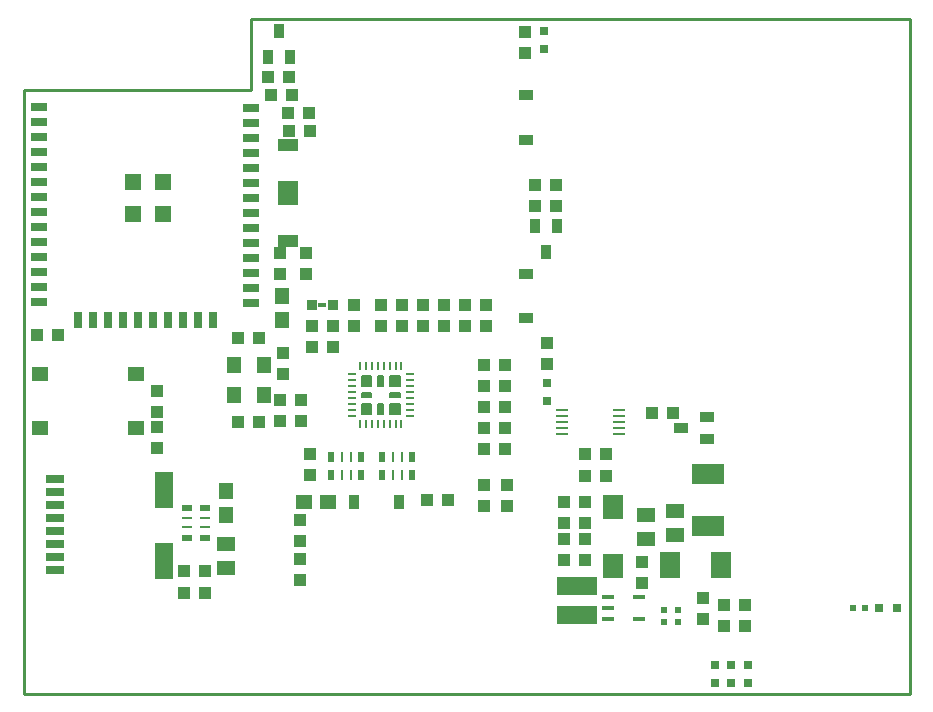
<source format=gbr>
G04 #@! TF.FileFunction,Paste,Top*
%FSLAX46Y46*%
G04 Gerber Fmt 4.6, Leading zero omitted, Abs format (unit mm)*
G04 Created by KiCad (PCBNEW no-vcs-found-undefined) date Wed Nov  9 17:16:08 2016*
%MOMM*%
%LPD*%
G01*
G04 APERTURE LIST*
%ADD10C,0.100000*%
%ADD11C,0.254000*%
%ADD12C,0.200000*%
%ADD13R,1.435000X0.635000*%
%ADD14R,0.635000X1.435000*%
%ADD15R,1.400000X1.400000*%
%ADD16R,1.524000X1.270000*%
%ADD17R,1.016000X1.016000*%
%ADD18R,1.200000X1.400000*%
%ADD19R,1.298400X0.898400*%
%ADD20R,1.778000X2.286000*%
%ADD21R,1.700000X2.000000*%
%ADD22R,0.898400X1.298400*%
%ADD23R,2.700000X1.800000*%
%ADD24R,1.422400X1.168400*%
%ADD25R,3.398400X1.498400*%
%ADD26R,1.168400X1.422400*%
%ADD27R,0.800000X0.800000*%
%ADD28R,0.500000X0.550000*%
%ADD29R,0.550000X0.500000*%
%ADD30R,0.914400X0.914400*%
%ADD31R,0.678400X0.398400*%
%ADD32R,0.914400X0.533400*%
%ADD33R,0.914400X0.279400*%
%ADD34R,0.279400X0.914400*%
%ADD35R,0.533400X0.914400*%
%ADD36R,0.980000X0.230000*%
%ADD37R,1.098400X0.448400*%
%ADD38R,0.780000X0.230000*%
%ADD39R,0.230000X0.780000*%
%ADD40R,1.500000X0.800000*%
%ADD41R,1.500000X3.100000*%
%ADD42R,1.778000X1.016000*%
G04 APERTURE END LIST*
D10*
D11*
X88976200Y-67056000D02*
X144723000Y-67056000D01*
X88976200Y-73075800D02*
X88976200Y-67056000D01*
X69720000Y-73075800D02*
X88976200Y-73075800D01*
X69720000Y-124200000D02*
X69720000Y-73075800D01*
X144723000Y-124206000D02*
X144723000Y-67056000D01*
X69723000Y-124206000D02*
X144723000Y-124206000D01*
D12*
X99149000Y-99133000D02*
X99149000Y-98733000D01*
X98349000Y-99133000D02*
X99149000Y-99133000D01*
X98349000Y-98733000D02*
X98349000Y-99133000D01*
X99149000Y-98733000D02*
X98349000Y-98733000D01*
X99149000Y-98833000D02*
X98349000Y-98833000D01*
X98349000Y-98933000D02*
X99149000Y-98933000D01*
X99149000Y-99033000D02*
X98349000Y-99033000D01*
X101549000Y-99033000D02*
X100749000Y-99033000D01*
X100749000Y-98933000D02*
X101549000Y-98933000D01*
X101549000Y-98833000D02*
X100749000Y-98833000D01*
X101549000Y-98733000D02*
X100749000Y-98733000D01*
X100749000Y-98733000D02*
X100749000Y-99133000D01*
X100749000Y-99133000D02*
X101549000Y-99133000D01*
X101549000Y-99133000D02*
X101549000Y-98733000D01*
X99749000Y-99733000D02*
X100149000Y-99733000D01*
X99749000Y-100533000D02*
X99749000Y-99733000D01*
X100149000Y-100533000D02*
X99749000Y-100533000D01*
X100149000Y-99733000D02*
X100149000Y-100533000D01*
X100049000Y-99733000D02*
X100049000Y-100533000D01*
X99949000Y-99733000D02*
X99949000Y-100533000D01*
X99849000Y-99733000D02*
X99849000Y-100533000D01*
X99849000Y-97333000D02*
X99849000Y-98133000D01*
X99949000Y-97333000D02*
X99949000Y-98133000D01*
X100049000Y-97333000D02*
X100049000Y-98133000D01*
X100149000Y-97333000D02*
X100149000Y-98133000D01*
X100149000Y-98133000D02*
X99749000Y-98133000D01*
X99749000Y-98133000D02*
X99749000Y-97333000D01*
X99749000Y-97333000D02*
X100149000Y-97333000D01*
X99149000Y-100433000D02*
X98349000Y-100433000D01*
X99149000Y-100333000D02*
X98349000Y-100333000D01*
X99149000Y-100233000D02*
X98349000Y-100233000D01*
X99149000Y-100133000D02*
X98349000Y-100133000D01*
X99149000Y-100033000D02*
X98349000Y-100033000D01*
X99149000Y-99933000D02*
X98349000Y-99933000D01*
X99149000Y-99833000D02*
X98349000Y-99833000D01*
X99149000Y-99733000D02*
X98349000Y-99733000D01*
X98349000Y-99733000D02*
X98349000Y-100533000D01*
X98349000Y-100533000D02*
X99149000Y-100533000D01*
X99149000Y-100533000D02*
X99149000Y-99733000D01*
X101549000Y-100533000D02*
X101549000Y-99733000D01*
X100749000Y-100533000D02*
X101549000Y-100533000D01*
X100749000Y-99733000D02*
X100749000Y-100533000D01*
X101549000Y-99733000D02*
X100749000Y-99733000D01*
X101549000Y-99833000D02*
X100749000Y-99833000D01*
X101549000Y-99933000D02*
X100749000Y-99933000D01*
X101549000Y-100033000D02*
X100749000Y-100033000D01*
X101549000Y-100133000D02*
X100749000Y-100133000D01*
X101549000Y-100233000D02*
X100749000Y-100233000D01*
X101549000Y-100333000D02*
X100749000Y-100333000D01*
X101549000Y-100433000D02*
X100749000Y-100433000D01*
X99149000Y-98133000D02*
X99149000Y-97333000D01*
X98349000Y-98133000D02*
X99149000Y-98133000D01*
X98349000Y-97333000D02*
X98349000Y-98133000D01*
X99149000Y-97333000D02*
X98349000Y-97333000D01*
X99149000Y-97433000D02*
X98349000Y-97433000D01*
X99149000Y-97533000D02*
X98349000Y-97533000D01*
X99149000Y-97633000D02*
X98349000Y-97633000D01*
X99149000Y-97733000D02*
X98349000Y-97733000D01*
X99149000Y-97833000D02*
X98349000Y-97833000D01*
X99149000Y-97933000D02*
X98349000Y-97933000D01*
X99149000Y-98033000D02*
X98349000Y-98033000D01*
X101549000Y-98033000D02*
X100749000Y-98033000D01*
X101549000Y-97933000D02*
X100749000Y-97933000D01*
X101549000Y-97833000D02*
X100749000Y-97833000D01*
X101549000Y-97733000D02*
X100749000Y-97733000D01*
X101549000Y-97633000D02*
X100749000Y-97633000D01*
X101549000Y-97533000D02*
X100749000Y-97533000D01*
X101549000Y-97433000D02*
X100749000Y-97433000D01*
X101549000Y-97333000D02*
X100749000Y-97333000D01*
X100749000Y-97333000D02*
X100749000Y-98133000D01*
X100749000Y-98133000D02*
X101549000Y-98133000D01*
X101549000Y-98133000D02*
X101549000Y-97333000D01*
D13*
X88980300Y-74623000D03*
X88980300Y-75893000D03*
X88980300Y-77163000D03*
X88980300Y-78433000D03*
X88980300Y-79703000D03*
X88980300Y-80973000D03*
X88980300Y-82243000D03*
X88980300Y-83513000D03*
X88980300Y-84783000D03*
X88980300Y-86053000D03*
X88980300Y-87323000D03*
X88980300Y-88593000D03*
X88980300Y-89863000D03*
X88980300Y-91133000D03*
D14*
X85710300Y-92583000D03*
X84440300Y-92583000D03*
X83170300Y-92583000D03*
X81900300Y-92583000D03*
X80630300Y-92583000D03*
X79360300Y-92583000D03*
X78090300Y-92583000D03*
X76820300Y-92583000D03*
X75550300Y-92583000D03*
X74280300Y-92583000D03*
D13*
X70980300Y-91093000D03*
X70980300Y-89823000D03*
X70980300Y-88553000D03*
X70980300Y-87283000D03*
X70980300Y-86013000D03*
X70980300Y-84743000D03*
X70980300Y-83473000D03*
X70980300Y-82203000D03*
X70980300Y-80933000D03*
X70980300Y-79663000D03*
X70980300Y-78393000D03*
X70980300Y-77123000D03*
X70980300Y-75853000D03*
X70980300Y-74583000D03*
D15*
X78981300Y-80899000D03*
X81521300Y-80899000D03*
X79006700Y-83566000D03*
X81546700Y-83566000D03*
D16*
X124841000Y-110744000D03*
X124841000Y-108712000D03*
X122428000Y-109093000D03*
X122428000Y-111125000D03*
D17*
X122047000Y-113030000D03*
X122047000Y-114808000D03*
X93091000Y-111252000D03*
X93091000Y-109474000D03*
X117221000Y-111125000D03*
X117221000Y-112903000D03*
X115443000Y-111125000D03*
X115443000Y-112903000D03*
X91440000Y-88646000D03*
X91440000Y-86868000D03*
X93599000Y-88646000D03*
X93599000Y-86868000D03*
D16*
X86868000Y-111506000D03*
X86868000Y-113538000D03*
D17*
X95885000Y-93091000D03*
X94107000Y-93091000D03*
X105283000Y-93091000D03*
X105283000Y-91313000D03*
X93980000Y-103886000D03*
X93980000Y-105664000D03*
X107061000Y-91313000D03*
X107061000Y-93091000D03*
X108839000Y-91313000D03*
X108839000Y-93091000D03*
X93218000Y-101092000D03*
X91440000Y-101092000D03*
X91440000Y-99314000D03*
X93218000Y-99314000D03*
X108712000Y-96393000D03*
X110490000Y-96393000D03*
D18*
X90043000Y-98933000D03*
X90043000Y-96393000D03*
X87503000Y-96393000D03*
X87503000Y-98933000D03*
D19*
X112242600Y-92451000D03*
X112242600Y-88651000D03*
D20*
X124442000Y-113284000D03*
X128796000Y-113284000D03*
D19*
X112242600Y-77363400D03*
X112242600Y-73563400D03*
D21*
X119634000Y-113371000D03*
X119634000Y-108371000D03*
D22*
X101468000Y-107950000D03*
X97668000Y-107950000D03*
D19*
X125389640Y-101729540D03*
X127599440Y-100774500D03*
X127599440Y-102676960D03*
D23*
X127635000Y-105623000D03*
X127635000Y-110023000D03*
D24*
X95504000Y-107950000D03*
X93472000Y-107950000D03*
D25*
X116586000Y-115132000D03*
X116586000Y-117532000D03*
D26*
X91567000Y-92583000D03*
X91567000Y-90551000D03*
X86868000Y-109093000D03*
X86868000Y-107061000D03*
D27*
X114046000Y-99441000D03*
X114046000Y-97917000D03*
X113792000Y-68072000D03*
X113792000Y-69596000D03*
X142113000Y-116967000D03*
X143637000Y-116967000D03*
D22*
X113921540Y-86827360D03*
X112966500Y-84617560D03*
X114868960Y-84617560D03*
X90363040Y-70322440D03*
X92265500Y-70322440D03*
X91310460Y-68112640D03*
D17*
X114808000Y-81153000D03*
X113030000Y-81153000D03*
X113030000Y-82931000D03*
X114808000Y-82931000D03*
X114046000Y-94488000D03*
X114046000Y-96266000D03*
D28*
X139954000Y-116967000D03*
X140970000Y-116967000D03*
D17*
X90678000Y-73533000D03*
X92456000Y-73533000D03*
X92202000Y-72009000D03*
X90424000Y-72009000D03*
X129032000Y-118491000D03*
X129032000Y-116713000D03*
X118999000Y-103886000D03*
X117221000Y-103886000D03*
X127254000Y-116078000D03*
X127254000Y-117856000D03*
X118999000Y-105791000D03*
X117221000Y-105791000D03*
X112141000Y-68199000D03*
X112141000Y-69977000D03*
X115443000Y-107950000D03*
X117221000Y-107950000D03*
X115443000Y-109728000D03*
X117221000Y-109728000D03*
X81026000Y-98552000D03*
X81026000Y-100330000D03*
X130810000Y-118491000D03*
X130810000Y-116713000D03*
X81026000Y-103378000D03*
X81026000Y-101600000D03*
X124714000Y-100457000D03*
X122936000Y-100457000D03*
X93091000Y-114554000D03*
X93091000Y-112776000D03*
D29*
X123952000Y-118110000D03*
X123952000Y-117094000D03*
X125095000Y-117094000D03*
X125095000Y-118110000D03*
D17*
X108712000Y-108331000D03*
X108712000Y-106553000D03*
X110617000Y-106553000D03*
X110617000Y-108331000D03*
X105664000Y-107823000D03*
X103886000Y-107823000D03*
X72644000Y-93853000D03*
X70866000Y-93853000D03*
D30*
X94107000Y-91313000D03*
X95885000Y-91313000D03*
D31*
X94996000Y-91313000D03*
D17*
X93853000Y-75057000D03*
X92075000Y-75057000D03*
X92202000Y-76581000D03*
X93980000Y-76581000D03*
X99949000Y-91313000D03*
X99949000Y-93091000D03*
X83312000Y-115697000D03*
X85090000Y-115697000D03*
X97663000Y-93091000D03*
X97663000Y-91313000D03*
X103505000Y-91313000D03*
X103505000Y-93091000D03*
X101727000Y-93091000D03*
X101727000Y-91313000D03*
X89662000Y-101219000D03*
X87884000Y-101219000D03*
X91694000Y-95377000D03*
X91694000Y-97155000D03*
X87884000Y-94107000D03*
X89662000Y-94107000D03*
X108712000Y-99949000D03*
X110490000Y-99949000D03*
X110490000Y-98171000D03*
X108712000Y-98171000D03*
X95885000Y-94869000D03*
X94107000Y-94869000D03*
X110490000Y-103505000D03*
X108712000Y-103505000D03*
X108712000Y-101727000D03*
X110490000Y-101727000D03*
D32*
X85090000Y-108458000D03*
X83566000Y-108458000D03*
X85090000Y-110998000D03*
X83566000Y-110998000D03*
D33*
X85090000Y-109347000D03*
X85090000Y-110109000D03*
X83566000Y-109347000D03*
X83566000Y-110109000D03*
D34*
X97409000Y-105664000D03*
X96647000Y-105664000D03*
X97409000Y-104140000D03*
X96647000Y-104140000D03*
D35*
X98298000Y-105664000D03*
X98298000Y-104140000D03*
X95758000Y-105664000D03*
X95758000Y-104140000D03*
X102616000Y-105664000D03*
X102616000Y-104140000D03*
X100076000Y-105664000D03*
X100076000Y-104140000D03*
D34*
X101727000Y-105664000D03*
X100965000Y-105664000D03*
X101727000Y-104140000D03*
X100965000Y-104140000D03*
D36*
X115329000Y-100219000D03*
X115329000Y-100719000D03*
X115329000Y-101219000D03*
X115329000Y-101719000D03*
X115329000Y-102219000D03*
X120129000Y-102219000D03*
X120129000Y-101719000D03*
X120129000Y-101219000D03*
X120129000Y-100719000D03*
X120129000Y-100219000D03*
D37*
X121823000Y-117917000D03*
X121823000Y-116017000D03*
X119223000Y-117917000D03*
X119223000Y-116967000D03*
X119223000Y-116017000D03*
D38*
X97499000Y-97183000D03*
X97499000Y-97683000D03*
X97499000Y-98183000D03*
X97499000Y-98683000D03*
X97499000Y-99183000D03*
X97499000Y-99683000D03*
X97499000Y-100183000D03*
X97499000Y-100683000D03*
D39*
X98199000Y-101383000D03*
X98699000Y-101383000D03*
X99199000Y-101383000D03*
X99699000Y-101383000D03*
X100199000Y-101383000D03*
X100699000Y-101383000D03*
X101199000Y-101383000D03*
X101699000Y-101383000D03*
D38*
X102399000Y-100683000D03*
X102399000Y-100183000D03*
X102399000Y-99683000D03*
X102399000Y-99183000D03*
X102399000Y-98683000D03*
X102399000Y-98183000D03*
X102399000Y-97683000D03*
X102399000Y-97183000D03*
D39*
X101699000Y-96483000D03*
X101199000Y-96483000D03*
X100699000Y-96483000D03*
X100199000Y-96483000D03*
X99699000Y-96483000D03*
X99199000Y-96483000D03*
X98699000Y-96483000D03*
X98199000Y-96483000D03*
D40*
X72327000Y-113705000D03*
X72327000Y-112605000D03*
X72327000Y-111505000D03*
X72327000Y-110405000D03*
X72327000Y-109305000D03*
X72327000Y-108205000D03*
X72327000Y-107105000D03*
X72327000Y-106005000D03*
D41*
X81577000Y-106945000D03*
X81577000Y-113005000D03*
D17*
X85090000Y-113792000D03*
X83312000Y-113792000D03*
D24*
X71120000Y-97155000D03*
X79248000Y-97155000D03*
X79248000Y-101727000D03*
X71120000Y-101727000D03*
D42*
X92075000Y-85852000D03*
X92075000Y-82296000D03*
X92075000Y-81280000D03*
X92075000Y-77724000D03*
D27*
X131000500Y-121793000D03*
X131000500Y-123317000D03*
X128206500Y-123317000D03*
X128206500Y-121793000D03*
X129603500Y-123317000D03*
X129603500Y-121793000D03*
M02*

</source>
